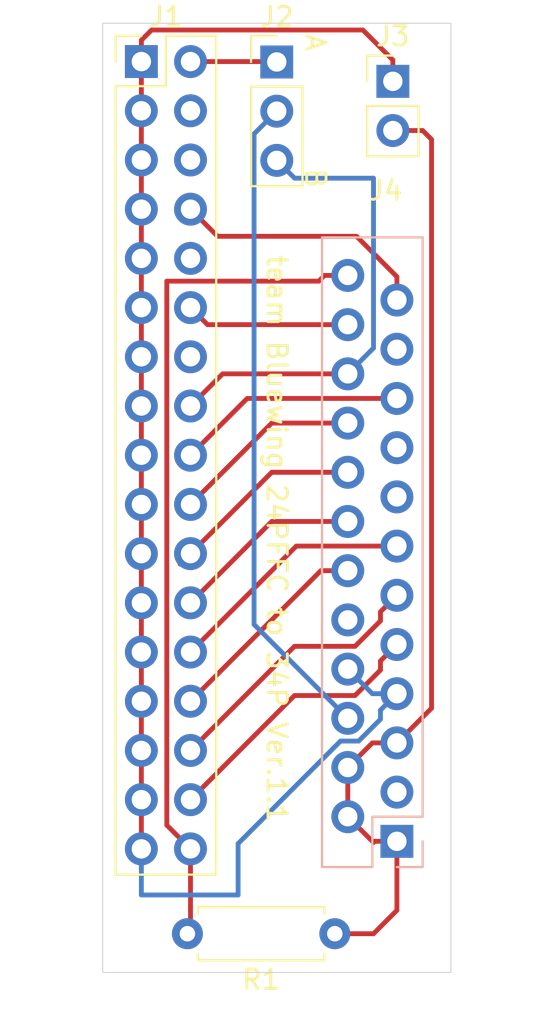
<source format=kicad_pcb>
(kicad_pcb (version 20171130) (host pcbnew "(5.1.5)-3")

  (general
    (thickness 1.6)
    (drawings 9)
    (tracks 81)
    (zones 0)
    (modules 5)
    (nets 26)
  )

  (page A4)
  (layers
    (0 F.Cu signal)
    (31 B.Cu signal)
    (32 B.Adhes user)
    (33 F.Adhes user)
    (34 B.Paste user)
    (35 F.Paste user)
    (36 B.SilkS user)
    (37 F.SilkS user)
    (38 B.Mask user)
    (39 F.Mask user)
    (40 Dwgs.User user)
    (41 Cmts.User user)
    (42 Eco1.User user)
    (43 Eco2.User user)
    (44 Edge.Cuts user)
    (45 Margin user)
    (46 B.CrtYd user)
    (47 F.CrtYd user)
    (48 B.Fab user)
    (49 F.Fab user)
  )

  (setup
    (last_trace_width 0.25)
    (trace_clearance 0.2)
    (zone_clearance 0.508)
    (zone_45_only no)
    (trace_min 0.2)
    (via_size 0.8)
    (via_drill 0.4)
    (via_min_size 0.4)
    (via_min_drill 0.3)
    (uvia_size 0.3)
    (uvia_drill 0.1)
    (uvias_allowed no)
    (uvia_min_size 0.2)
    (uvia_min_drill 0.1)
    (edge_width 0.05)
    (segment_width 0.2)
    (pcb_text_width 0.3)
    (pcb_text_size 1.5 1.5)
    (mod_edge_width 0.12)
    (mod_text_size 1 1)
    (mod_text_width 0.15)
    (pad_size 1.524 1.524)
    (pad_drill 0.762)
    (pad_to_mask_clearance 0.051)
    (solder_mask_min_width 0.25)
    (aux_axis_origin 138 80)
    (visible_elements 7FFFFFFF)
    (pcbplotparams
      (layerselection 0x010fc_ffffffff)
      (usegerberextensions false)
      (usegerberattributes false)
      (usegerberadvancedattributes false)
      (creategerberjobfile false)
      (excludeedgelayer true)
      (linewidth 0.100000)
      (plotframeref false)
      (viasonmask false)
      (mode 1)
      (useauxorigin false)
      (hpglpennumber 1)
      (hpglpenspeed 20)
      (hpglpendiameter 15.000000)
      (psnegative false)
      (psa4output false)
      (plotreference true)
      (plotvalue true)
      (plotinvisibletext false)
      (padsonsilk false)
      (subtractmaskfromsilk false)
      (outputformat 1)
      (mirror false)
      (drillshape 0)
      (scaleselection 1)
      (outputdirectory "garber/"))
  )

  (net 0 "")
  (net 1 GND)
  (net 2 "Net-(J1-Pad2)")
  (net 3 "Net-(J1-Pad4)")
  (net 4 "Net-(J1-Pad6)")
  (net 5 "Net-(J1-Pad8)")
  (net 6 "Net-(J1-Pad10)")
  (net 7 "Net-(J1-Pad12)")
  (net 8 "Net-(J1-Pad14)")
  (net 9 "Net-(J1-Pad16)")
  (net 10 "Net-(J1-Pad18)")
  (net 11 "Net-(J1-Pad20)")
  (net 12 "Net-(J1-Pad22)")
  (net 13 "Net-(J1-Pad24)")
  (net 14 "Net-(J1-Pad26)")
  (net 15 "Net-(J1-Pad28)")
  (net 16 "Net-(J1-Pad30)")
  (net 17 "Net-(J1-Pad32)")
  (net 18 "Net-(J1-Pad34)")
  (net 19 "Net-(J2-Pad2)")
  (net 20 +5V)
  (net 21 "Net-(J4-Pad15)")
  (net 22 "Net-(J4-Pad10)")
  (net 23 "Net-(J4-Pad17)")
  (net 24 "Net-(J4-Pad21)")
  (net 25 "Net-(J4-Pad3)")

  (net_class Default "これはデフォルトのネット クラスです。"
    (clearance 0.2)
    (trace_width 0.25)
    (via_dia 0.8)
    (via_drill 0.4)
    (uvia_dia 0.3)
    (uvia_drill 0.1)
    (add_net +5V)
    (add_net GND)
    (add_net "Net-(J1-Pad10)")
    (add_net "Net-(J1-Pad12)")
    (add_net "Net-(J1-Pad14)")
    (add_net "Net-(J1-Pad16)")
    (add_net "Net-(J1-Pad18)")
    (add_net "Net-(J1-Pad2)")
    (add_net "Net-(J1-Pad20)")
    (add_net "Net-(J1-Pad22)")
    (add_net "Net-(J1-Pad24)")
    (add_net "Net-(J1-Pad26)")
    (add_net "Net-(J1-Pad28)")
    (add_net "Net-(J1-Pad30)")
    (add_net "Net-(J1-Pad32)")
    (add_net "Net-(J1-Pad34)")
    (add_net "Net-(J1-Pad4)")
    (add_net "Net-(J1-Pad6)")
    (add_net "Net-(J1-Pad8)")
    (add_net "Net-(J2-Pad2)")
    (add_net "Net-(J4-Pad10)")
    (add_net "Net-(J4-Pad15)")
    (add_net "Net-(J4-Pad17)")
    (add_net "Net-(J4-Pad21)")
    (add_net "Net-(J4-Pad3)")
  )

  (module Connector_PinHeader_2.54mm:PinHeader_2x17_P2.54mm_Vertical (layer F.Cu) (tedit 59FED5CC) (tstamp 5F01DB86)
    (at 140 81.98)
    (descr "Through hole straight pin header, 2x17, 2.54mm pitch, double rows")
    (tags "Through hole pin header THT 2x17 2.54mm double row")
    (path /5F018649)
    (fp_text reference J1 (at 1.27 -2.33) (layer F.SilkS)
      (effects (font (size 1 1) (thickness 0.15)))
    )
    (fp_text value Conn_02x17_Odd_Even (at 1.27 42.97) (layer F.Fab)
      (effects (font (size 1 1) (thickness 0.15)))
    )
    (fp_line (start 0 -1.27) (end 3.81 -1.27) (layer F.Fab) (width 0.1))
    (fp_line (start 3.81 -1.27) (end 3.81 41.91) (layer F.Fab) (width 0.1))
    (fp_line (start 3.81 41.91) (end -1.27 41.91) (layer F.Fab) (width 0.1))
    (fp_line (start -1.27 41.91) (end -1.27 0) (layer F.Fab) (width 0.1))
    (fp_line (start -1.27 0) (end 0 -1.27) (layer F.Fab) (width 0.1))
    (fp_line (start -1.33 41.97) (end 3.87 41.97) (layer F.SilkS) (width 0.12))
    (fp_line (start -1.33 1.27) (end -1.33 41.97) (layer F.SilkS) (width 0.12))
    (fp_line (start 3.87 -1.33) (end 3.87 41.97) (layer F.SilkS) (width 0.12))
    (fp_line (start -1.33 1.27) (end 1.27 1.27) (layer F.SilkS) (width 0.12))
    (fp_line (start 1.27 1.27) (end 1.27 -1.33) (layer F.SilkS) (width 0.12))
    (fp_line (start 1.27 -1.33) (end 3.87 -1.33) (layer F.SilkS) (width 0.12))
    (fp_line (start -1.33 0) (end -1.33 -1.33) (layer F.SilkS) (width 0.12))
    (fp_line (start -1.33 -1.33) (end 0 -1.33) (layer F.SilkS) (width 0.12))
    (fp_line (start -1.8 -1.8) (end -1.8 42.45) (layer F.CrtYd) (width 0.05))
    (fp_line (start -1.8 42.45) (end 4.35 42.45) (layer F.CrtYd) (width 0.05))
    (fp_line (start 4.35 42.45) (end 4.35 -1.8) (layer F.CrtYd) (width 0.05))
    (fp_line (start 4.35 -1.8) (end -1.8 -1.8) (layer F.CrtYd) (width 0.05))
    (fp_text user %R (at 1.27 20.32 90) (layer F.Fab)
      (effects (font (size 1 1) (thickness 0.15)))
    )
    (pad 1 thru_hole rect (at 0 0) (size 1.7 1.7) (drill 1) (layers *.Cu *.Mask)
      (net 1 GND))
    (pad 2 thru_hole oval (at 2.54 0) (size 1.7 1.7) (drill 1) (layers *.Cu *.Mask)
      (net 2 "Net-(J1-Pad2)"))
    (pad 3 thru_hole oval (at 0 2.54) (size 1.7 1.7) (drill 1) (layers *.Cu *.Mask)
      (net 1 GND))
    (pad 4 thru_hole oval (at 2.54 2.54) (size 1.7 1.7) (drill 1) (layers *.Cu *.Mask)
      (net 3 "Net-(J1-Pad4)"))
    (pad 5 thru_hole oval (at 0 5.08) (size 1.7 1.7) (drill 1) (layers *.Cu *.Mask)
      (net 1 GND))
    (pad 6 thru_hole oval (at 2.54 5.08) (size 1.7 1.7) (drill 1) (layers *.Cu *.Mask)
      (net 4 "Net-(J1-Pad6)"))
    (pad 7 thru_hole oval (at 0 7.62) (size 1.7 1.7) (drill 1) (layers *.Cu *.Mask)
      (net 1 GND))
    (pad 8 thru_hole oval (at 2.54 7.62) (size 1.7 1.7) (drill 1) (layers *.Cu *.Mask)
      (net 5 "Net-(J1-Pad8)"))
    (pad 9 thru_hole oval (at 0 10.16) (size 1.7 1.7) (drill 1) (layers *.Cu *.Mask)
      (net 1 GND))
    (pad 10 thru_hole oval (at 2.54 10.16) (size 1.7 1.7) (drill 1) (layers *.Cu *.Mask)
      (net 6 "Net-(J1-Pad10)"))
    (pad 11 thru_hole oval (at 0 12.7) (size 1.7 1.7) (drill 1) (layers *.Cu *.Mask)
      (net 1 GND))
    (pad 12 thru_hole oval (at 2.54 12.7) (size 1.7 1.7) (drill 1) (layers *.Cu *.Mask)
      (net 7 "Net-(J1-Pad12)"))
    (pad 13 thru_hole oval (at 0 15.24) (size 1.7 1.7) (drill 1) (layers *.Cu *.Mask)
      (net 1 GND))
    (pad 14 thru_hole oval (at 2.54 15.24) (size 1.7 1.7) (drill 1) (layers *.Cu *.Mask)
      (net 8 "Net-(J1-Pad14)"))
    (pad 15 thru_hole oval (at 0 17.78) (size 1.7 1.7) (drill 1) (layers *.Cu *.Mask)
      (net 1 GND))
    (pad 16 thru_hole oval (at 2.54 17.78) (size 1.7 1.7) (drill 1) (layers *.Cu *.Mask)
      (net 9 "Net-(J1-Pad16)"))
    (pad 17 thru_hole oval (at 0 20.32) (size 1.7 1.7) (drill 1) (layers *.Cu *.Mask)
      (net 1 GND))
    (pad 18 thru_hole oval (at 2.54 20.32) (size 1.7 1.7) (drill 1) (layers *.Cu *.Mask)
      (net 10 "Net-(J1-Pad18)"))
    (pad 19 thru_hole oval (at 0 22.86) (size 1.7 1.7) (drill 1) (layers *.Cu *.Mask)
      (net 1 GND))
    (pad 20 thru_hole oval (at 2.54 22.86) (size 1.7 1.7) (drill 1) (layers *.Cu *.Mask)
      (net 11 "Net-(J1-Pad20)"))
    (pad 21 thru_hole oval (at 0 25.4) (size 1.7 1.7) (drill 1) (layers *.Cu *.Mask)
      (net 1 GND))
    (pad 22 thru_hole oval (at 2.54 25.4) (size 1.7 1.7) (drill 1) (layers *.Cu *.Mask)
      (net 12 "Net-(J1-Pad22)"))
    (pad 23 thru_hole oval (at 0 27.94) (size 1.7 1.7) (drill 1) (layers *.Cu *.Mask)
      (net 1 GND))
    (pad 24 thru_hole oval (at 2.54 27.94) (size 1.7 1.7) (drill 1) (layers *.Cu *.Mask)
      (net 13 "Net-(J1-Pad24)"))
    (pad 25 thru_hole oval (at 0 30.48) (size 1.7 1.7) (drill 1) (layers *.Cu *.Mask)
      (net 1 GND))
    (pad 26 thru_hole oval (at 2.54 30.48) (size 1.7 1.7) (drill 1) (layers *.Cu *.Mask)
      (net 14 "Net-(J1-Pad26)"))
    (pad 27 thru_hole oval (at 0 33.02) (size 1.7 1.7) (drill 1) (layers *.Cu *.Mask)
      (net 1 GND))
    (pad 28 thru_hole oval (at 2.54 33.02) (size 1.7 1.7) (drill 1) (layers *.Cu *.Mask)
      (net 15 "Net-(J1-Pad28)"))
    (pad 29 thru_hole oval (at 0 35.56) (size 1.7 1.7) (drill 1) (layers *.Cu *.Mask)
      (net 1 GND))
    (pad 30 thru_hole oval (at 2.54 35.56) (size 1.7 1.7) (drill 1) (layers *.Cu *.Mask)
      (net 16 "Net-(J1-Pad30)"))
    (pad 31 thru_hole oval (at 0 38.1) (size 1.7 1.7) (drill 1) (layers *.Cu *.Mask)
      (net 1 GND))
    (pad 32 thru_hole oval (at 2.54 38.1) (size 1.7 1.7) (drill 1) (layers *.Cu *.Mask)
      (net 17 "Net-(J1-Pad32)"))
    (pad 33 thru_hole oval (at 0 40.64) (size 1.7 1.7) (drill 1) (layers *.Cu *.Mask)
      (net 1 GND))
    (pad 34 thru_hole oval (at 2.54 40.64) (size 1.7 1.7) (drill 1) (layers *.Cu *.Mask)
      (net 18 "Net-(J1-Pad34)"))
    (model ${KISYS3DMOD}/Connector_PinHeader_2.54mm.3dshapes/PinHeader_2x17_P2.54mm_Vertical.wrl
      (at (xyz 0 0 0))
      (scale (xyz 1 1 1))
      (rotate (xyz 0 0 0))
    )
  )

  (module Connector_PinHeader_2.54mm:PinHeader_1x03_P2.54mm_Vertical (layer F.Cu) (tedit 59FED5CC) (tstamp 5F01DB9D)
    (at 147 82)
    (descr "Through hole straight pin header, 1x03, 2.54mm pitch, single row")
    (tags "Through hole pin header THT 1x03 2.54mm single row")
    (path /5F017C29)
    (fp_text reference J2 (at 0 -2.33) (layer F.SilkS)
      (effects (font (size 1 1) (thickness 0.15)))
    )
    (fp_text value Conn_01x03 (at 0 7.41) (layer F.Fab)
      (effects (font (size 1 1) (thickness 0.15)))
    )
    (fp_line (start -0.635 -1.27) (end 1.27 -1.27) (layer F.Fab) (width 0.1))
    (fp_line (start 1.27 -1.27) (end 1.27 6.35) (layer F.Fab) (width 0.1))
    (fp_line (start 1.27 6.35) (end -1.27 6.35) (layer F.Fab) (width 0.1))
    (fp_line (start -1.27 6.35) (end -1.27 -0.635) (layer F.Fab) (width 0.1))
    (fp_line (start -1.27 -0.635) (end -0.635 -1.27) (layer F.Fab) (width 0.1))
    (fp_line (start -1.33 6.41) (end 1.33 6.41) (layer F.SilkS) (width 0.12))
    (fp_line (start -1.33 1.27) (end -1.33 6.41) (layer F.SilkS) (width 0.12))
    (fp_line (start 1.33 1.27) (end 1.33 6.41) (layer F.SilkS) (width 0.12))
    (fp_line (start -1.33 1.27) (end 1.33 1.27) (layer F.SilkS) (width 0.12))
    (fp_line (start -1.33 0) (end -1.33 -1.33) (layer F.SilkS) (width 0.12))
    (fp_line (start -1.33 -1.33) (end 0 -1.33) (layer F.SilkS) (width 0.12))
    (fp_line (start -1.8 -1.8) (end -1.8 6.85) (layer F.CrtYd) (width 0.05))
    (fp_line (start -1.8 6.85) (end 1.8 6.85) (layer F.CrtYd) (width 0.05))
    (fp_line (start 1.8 6.85) (end 1.8 -1.8) (layer F.CrtYd) (width 0.05))
    (fp_line (start 1.8 -1.8) (end -1.8 -1.8) (layer F.CrtYd) (width 0.05))
    (fp_text user %R (at 0 2.54 90) (layer F.Fab)
      (effects (font (size 1 1) (thickness 0.15)))
    )
    (pad 1 thru_hole rect (at 0 0) (size 1.7 1.7) (drill 1) (layers *.Cu *.Mask)
      (net 2 "Net-(J1-Pad2)"))
    (pad 2 thru_hole oval (at 0 2.54) (size 1.7 1.7) (drill 1) (layers *.Cu *.Mask)
      (net 19 "Net-(J2-Pad2)"))
    (pad 3 thru_hole oval (at 0 5.08) (size 1.7 1.7) (drill 1) (layers *.Cu *.Mask)
      (net 9 "Net-(J1-Pad16)"))
    (model ${KISYS3DMOD}/Connector_PinHeader_2.54mm.3dshapes/PinHeader_1x03_P2.54mm_Vertical.wrl
      (at (xyz 0 0 0))
      (scale (xyz 1 1 1))
      (rotate (xyz 0 0 0))
    )
  )

  (module Connector_PinHeader_2.54mm:PinHeader_1x02_P2.54mm_Vertical (layer F.Cu) (tedit 59FED5CC) (tstamp 5F01DBB3)
    (at 153 83)
    (descr "Through hole straight pin header, 1x02, 2.54mm pitch, single row")
    (tags "Through hole pin header THT 1x02 2.54mm single row")
    (path /5F01721D)
    (fp_text reference J3 (at 0 -2.33) (layer F.SilkS)
      (effects (font (size 1 1) (thickness 0.15)))
    )
    (fp_text value Conn_01x02 (at 0 4.87) (layer F.Fab)
      (effects (font (size 1 1) (thickness 0.15)))
    )
    (fp_line (start -0.635 -1.27) (end 1.27 -1.27) (layer F.Fab) (width 0.1))
    (fp_line (start 1.27 -1.27) (end 1.27 3.81) (layer F.Fab) (width 0.1))
    (fp_line (start 1.27 3.81) (end -1.27 3.81) (layer F.Fab) (width 0.1))
    (fp_line (start -1.27 3.81) (end -1.27 -0.635) (layer F.Fab) (width 0.1))
    (fp_line (start -1.27 -0.635) (end -0.635 -1.27) (layer F.Fab) (width 0.1))
    (fp_line (start -1.33 3.87) (end 1.33 3.87) (layer F.SilkS) (width 0.12))
    (fp_line (start -1.33 1.27) (end -1.33 3.87) (layer F.SilkS) (width 0.12))
    (fp_line (start 1.33 1.27) (end 1.33 3.87) (layer F.SilkS) (width 0.12))
    (fp_line (start -1.33 1.27) (end 1.33 1.27) (layer F.SilkS) (width 0.12))
    (fp_line (start -1.33 0) (end -1.33 -1.33) (layer F.SilkS) (width 0.12))
    (fp_line (start -1.33 -1.33) (end 0 -1.33) (layer F.SilkS) (width 0.12))
    (fp_line (start -1.8 -1.8) (end -1.8 4.35) (layer F.CrtYd) (width 0.05))
    (fp_line (start -1.8 4.35) (end 1.8 4.35) (layer F.CrtYd) (width 0.05))
    (fp_line (start 1.8 4.35) (end 1.8 -1.8) (layer F.CrtYd) (width 0.05))
    (fp_line (start 1.8 -1.8) (end -1.8 -1.8) (layer F.CrtYd) (width 0.05))
    (fp_text user %R (at 0 1.27 90) (layer F.Fab)
      (effects (font (size 1 1) (thickness 0.15)))
    )
    (pad 1 thru_hole rect (at 0 0) (size 1.7 1.7) (drill 1) (layers *.Cu *.Mask)
      (net 1 GND))
    (pad 2 thru_hole oval (at 0 2.54) (size 1.7 1.7) (drill 1) (layers *.Cu *.Mask)
      (net 20 +5V))
    (model ${KISYS3DMOD}/Connector_PinHeader_2.54mm.3dshapes/PinHeader_1x02_P2.54mm_Vertical.wrl
      (at (xyz 0 0 0))
      (scale (xyz 1 1 1))
      (rotate (xyz 0 0 0))
    )
  )

  (module fd_24ffc_to_34:Molex_52045-2445_24p (layer F.Cu) (tedit 5F016F07) (tstamp 5F01DBE1)
    (at 152 88)
    (path /5F015F9F)
    (fp_text reference J4 (at 0.635 0.635) (layer F.SilkS)
      (effects (font (size 1 1) (thickness 0.15)))
    )
    (fp_text value FD_FFC_24p (at 0 -1.905) (layer F.Fab)
      (effects (font (size 1 1) (thickness 0.15)))
    )
    (fp_line (start 2.54 35.56) (end 1.21 35.56) (layer B.SilkS) (width 0.12))
    (fp_line (start -0.06 35.56) (end -2.66 35.56) (layer B.SilkS) (width 0.12))
    (fp_line (start -2.6 3.235) (end -2.6 35.56) (layer F.Fab) (width 0.1))
    (fp_line (start -3.175 36.195) (end -3.14 2.705) (layer F.CrtYd) (width 0.05))
    (fp_line (start 2.54 34.23) (end 2.54 35.56) (layer B.SilkS) (width 0.12))
    (fp_line (start -0.06 32.96) (end -0.06 35.56) (layer B.SilkS) (width 0.12))
    (fp_line (start 2.54 3.055) (end -2.66 3.055) (layer B.SilkS) (width 0.12))
    (fp_line (start 1.21 3.235) (end -2.6 3.235) (layer F.Fab) (width 0.1))
    (fp_line (start -3.14 2.705) (end 3.01 2.705) (layer F.CrtYd) (width 0.05))
    (fp_line (start 3.01 36.195) (end -3.175 36.195) (layer F.CrtYd) (width 0.05))
    (fp_line (start 3.01 2.705) (end 3.01 36.195) (layer F.CrtYd) (width 0.05))
    (fp_line (start 2.54 32.96) (end -0.06 32.96) (layer B.SilkS) (width 0.12))
    (fp_line (start -2.66 35.56) (end -2.66 3.055) (layer B.SilkS) (width 0.12))
    (fp_line (start 2.54 32.96) (end 2.54 3.055) (layer B.SilkS) (width 0.12))
    (fp_text user %R (at -0.06 18.475 90) (layer F.Fab)
      (effects (font (size 1 1) (thickness 0.15)))
    )
    (fp_line (start 1.21 3.235) (end 2.54 5.08) (layer F.Fab) (width 0.12))
    (fp_line (start 2.54 5.08) (end 2.54 35.56) (layer F.Fab) (width 0.12))
    (fp_line (start 2.54 35.56) (end -2.54 35.56) (layer F.Fab) (width 0.12))
    (pad 15 thru_hole oval (at 1.21 16.45) (size 1.7 1.7) (drill 1) (layers *.Cu *.Mask)
      (net 21 "Net-(J4-Pad15)"))
    (pad 16 thru_hole oval (at -1.33 15.18) (size 1.7 1.7) (drill 1) (layers *.Cu *.Mask)
      (net 12 "Net-(J1-Pad22)"))
    (pad 6 thru_hole oval (at -1.33 27.88) (size 1.7 1.7) (drill 1) (layers *.Cu *.Mask)
      (net 19 "Net-(J2-Pad2)"))
    (pad 10 thru_hole oval (at -1.33 22.8) (size 1.7 1.7) (drill 1) (layers *.Cu *.Mask)
      (net 22 "Net-(J4-Pad10)"))
    (pad 24 thru_hole oval (at -1.33 5.02) (size 1.7 1.7) (drill 1) (layers *.Cu *.Mask)
      (net 18 "Net-(J1-Pad34)"))
    (pad 14 thru_hole oval (at -1.33 17.72) (size 1.7 1.7) (drill 1) (layers *.Cu *.Mask)
      (net 13 "Net-(J1-Pad24)"))
    (pad 23 thru_hole oval (at 1.21 6.29) (size 1.7 1.7) (drill 1) (layers *.Cu *.Mask)
      (net 5 "Net-(J1-Pad8)"))
    (pad 17 thru_hole oval (at 1.21 13.91) (size 1.7 1.7) (drill 1) (layers *.Cu *.Mask)
      (net 23 "Net-(J4-Pad17)"))
    (pad 13 thru_hole oval (at 1.21 18.99) (size 1.7 1.7) (drill 1) (layers *.Cu *.Mask)
      (net 14 "Net-(J1-Pad26)"))
    (pad 12 thru_hole oval (at -1.33 20.26) (size 1.7 1.7) (drill 1) (layers *.Cu *.Mask)
      (net 15 "Net-(J1-Pad28)"))
    (pad 22 thru_hole oval (at -1.33 7.56) (size 1.7 1.7) (drill 1) (layers *.Cu *.Mask)
      (net 7 "Net-(J1-Pad12)"))
    (pad 8 thru_hole oval (at -1.33 25.34) (size 1.7 1.7) (drill 1) (layers *.Cu *.Mask)
      (net 1 GND))
    (pad 18 thru_hole oval (at -1.33 12.64) (size 1.7 1.7) (drill 1) (layers *.Cu *.Mask)
      (net 11 "Net-(J1-Pad20)"))
    (pad 9 thru_hole oval (at 1.21 24.07) (size 1.7 1.7) (drill 1) (layers *.Cu *.Mask)
      (net 17 "Net-(J1-Pad32)"))
    (pad 7 thru_hole oval (at 1.21 26.61) (size 1.7 1.7) (drill 1) (layers *.Cu *.Mask)
      (net 1 GND))
    (pad 20 thru_hole oval (at -1.33 10.1) (size 1.7 1.7) (drill 1) (layers *.Cu *.Mask)
      (net 9 "Net-(J1-Pad16)"))
    (pad 19 thru_hole oval (at 1.21 11.37) (size 1.7 1.7) (drill 1) (layers *.Cu *.Mask)
      (net 10 "Net-(J1-Pad18)"))
    (pad 11 thru_hole oval (at 1.21 21.53) (size 1.7 1.7) (drill 1) (layers *.Cu *.Mask)
      (net 16 "Net-(J1-Pad30)"))
    (pad 21 thru_hole oval (at 1.21 8.83) (size 1.7 1.7) (drill 1) (layers *.Cu *.Mask)
      (net 24 "Net-(J4-Pad21)"))
    (pad 5 thru_hole oval (at 1.21 29.15) (size 1.7 1.7) (drill 1) (layers *.Cu *.Mask)
      (net 20 +5V))
    (pad 4 thru_hole oval (at -1.33 30.42) (size 1.7 1.7) (drill 1) (layers *.Cu *.Mask)
      (net 20 +5V))
    (pad 3 thru_hole oval (at 1.21 31.69) (size 1.7 1.7) (drill 1) (layers *.Cu *.Mask)
      (net 25 "Net-(J4-Pad3)"))
    (pad 2 thru_hole oval (at -1.33 32.96) (size 1.7 1.7) (drill 1) (layers *.Cu *.Mask)
      (net 20 +5V))
    (pad 1 thru_hole rect (at 1.21 34.23) (size 1.7 1.7) (drill 1) (layers *.Cu *.Mask)
      (net 20 +5V))
  )

  (module Resistor_THT:R_Axial_DIN0207_L6.3mm_D2.5mm_P7.62mm_Horizontal (layer F.Cu) (tedit 5AE5139B) (tstamp 5F01DBF8)
    (at 150 127 180)
    (descr "Resistor, Axial_DIN0207 series, Axial, Horizontal, pin pitch=7.62mm, 0.25W = 1/4W, length*diameter=6.3*2.5mm^2, http://cdn-reichelt.de/documents/datenblatt/B400/1_4W%23YAG.pdf")
    (tags "Resistor Axial_DIN0207 series Axial Horizontal pin pitch 7.62mm 0.25W = 1/4W length 6.3mm diameter 2.5mm")
    (path /5F0528CC)
    (fp_text reference R1 (at 3.81 -2.37) (layer F.SilkS)
      (effects (font (size 1 1) (thickness 0.15)))
    )
    (fp_text value R (at 3.81 2.37) (layer F.Fab)
      (effects (font (size 1 1) (thickness 0.15)))
    )
    (fp_line (start 0.66 -1.25) (end 0.66 1.25) (layer F.Fab) (width 0.1))
    (fp_line (start 0.66 1.25) (end 6.96 1.25) (layer F.Fab) (width 0.1))
    (fp_line (start 6.96 1.25) (end 6.96 -1.25) (layer F.Fab) (width 0.1))
    (fp_line (start 6.96 -1.25) (end 0.66 -1.25) (layer F.Fab) (width 0.1))
    (fp_line (start 0 0) (end 0.66 0) (layer F.Fab) (width 0.1))
    (fp_line (start 7.62 0) (end 6.96 0) (layer F.Fab) (width 0.1))
    (fp_line (start 0.54 -1.04) (end 0.54 -1.37) (layer F.SilkS) (width 0.12))
    (fp_line (start 0.54 -1.37) (end 7.08 -1.37) (layer F.SilkS) (width 0.12))
    (fp_line (start 7.08 -1.37) (end 7.08 -1.04) (layer F.SilkS) (width 0.12))
    (fp_line (start 0.54 1.04) (end 0.54 1.37) (layer F.SilkS) (width 0.12))
    (fp_line (start 0.54 1.37) (end 7.08 1.37) (layer F.SilkS) (width 0.12))
    (fp_line (start 7.08 1.37) (end 7.08 1.04) (layer F.SilkS) (width 0.12))
    (fp_line (start -1.05 -1.5) (end -1.05 1.5) (layer F.CrtYd) (width 0.05))
    (fp_line (start -1.05 1.5) (end 8.67 1.5) (layer F.CrtYd) (width 0.05))
    (fp_line (start 8.67 1.5) (end 8.67 -1.5) (layer F.CrtYd) (width 0.05))
    (fp_line (start 8.67 -1.5) (end -1.05 -1.5) (layer F.CrtYd) (width 0.05))
    (fp_text user %R (at 3.81 0) (layer F.Fab)
      (effects (font (size 1 1) (thickness 0.15)))
    )
    (pad 1 thru_hole circle (at 0 0 180) (size 1.6 1.6) (drill 0.8) (layers *.Cu *.Mask)
      (net 20 +5V))
    (pad 2 thru_hole oval (at 7.62 0 180) (size 1.6 1.6) (drill 0.8) (layers *.Cu *.Mask)
      (net 18 "Net-(J1-Pad34)"))
    (model ${KISYS3DMOD}/Resistor_THT.3dshapes/R_Axial_DIN0207_L6.3mm_D2.5mm_P7.62mm_Horizontal.wrl
      (at (xyz 0 0 0))
      (scale (xyz 1 1 1))
      (rotate (xyz 0 0 0))
    )
  )

  (gr_text B (at 149 88 -90) (layer F.SilkS)
    (effects (font (size 1 1) (thickness 0.15)))
  )
  (gr_text A (at 149 81 -90) (layer F.SilkS)
    (effects (font (size 1 1) (thickness 0.15)))
  )
  (gr_text "team Bluewing 24PFFC to 34P Ver.1.1 " (at 147 107 -90) (layer F.SilkS)
    (effects (font (size 1 1) (thickness 0.15)))
  )
  (dimension 49 (width 0.15) (layer Dwgs.User)
    (gr_text "49.000 mm" (at 159.3 104.5 90) (layer Dwgs.User)
      (effects (font (size 1 1) (thickness 0.15)))
    )
    (feature1 (pts (xy 156 80) (xy 158.586421 80)))
    (feature2 (pts (xy 156 129) (xy 158.586421 129)))
    (crossbar (pts (xy 158 129) (xy 158 80)))
    (arrow1a (pts (xy 158 80) (xy 158.586421 81.126504)))
    (arrow1b (pts (xy 158 80) (xy 157.413579 81.126504)))
    (arrow2a (pts (xy 158 129) (xy 158.586421 127.873496)))
    (arrow2b (pts (xy 158 129) (xy 157.413579 127.873496)))
  )
  (dimension 18 (width 0.15) (layer Dwgs.User)
    (gr_text "18.000 mm" (at 147 132.3) (layer Dwgs.User)
      (effects (font (size 1 1) (thickness 0.15)))
    )
    (feature1 (pts (xy 156 129) (xy 156 131.586421)))
    (feature2 (pts (xy 138 129) (xy 138 131.586421)))
    (crossbar (pts (xy 138 131) (xy 156 131)))
    (arrow1a (pts (xy 156 131) (xy 154.873496 131.586421)))
    (arrow1b (pts (xy 156 131) (xy 154.873496 130.413579)))
    (arrow2a (pts (xy 138 131) (xy 139.126504 131.586421)))
    (arrow2b (pts (xy 138 131) (xy 139.126504 130.413579)))
  )
  (gr_line (start 156 80) (end 138 80) (layer Edge.Cuts) (width 0.05) (tstamp 5F01E670))
  (gr_line (start 156 129) (end 156 80) (layer Edge.Cuts) (width 0.05))
  (gr_line (start 138 129) (end 156 129) (layer Edge.Cuts) (width 0.05))
  (gr_line (start 138 80) (end 138 129) (layer Edge.Cuts) (width 0.05))

  (segment (start 140 81.98) (end 140 122.62) (width 0.25) (layer F.Cu) (net 1))
  (segment (start 151.234001 117.055001) (end 150.295997 117.055001) (width 0.25) (layer B.Cu) (net 1))
  (segment (start 152.360001 115.929001) (end 151.234001 117.055001) (width 0.25) (layer B.Cu) (net 1))
  (segment (start 150.295997 117.055001) (end 145 122.350998) (width 0.25) (layer B.Cu) (net 1))
  (segment (start 153.21 114.61) (end 152.360001 115.459999) (width 0.25) (layer B.Cu) (net 1))
  (segment (start 152.360001 115.459999) (end 152.360001 115.929001) (width 0.25) (layer B.Cu) (net 1))
  (segment (start 145 122.350998) (end 145 125) (width 0.25) (layer B.Cu) (net 1))
  (segment (start 145 125) (end 140 125) (width 0.25) (layer B.Cu) (net 1))
  (segment (start 140 125) (end 140 122.62) (width 0.25) (layer B.Cu) (net 1))
  (segment (start 151.94 114.61) (end 150.67 113.34) (width 0.25) (layer B.Cu) (net 1))
  (segment (start 153.21 114.61) (end 151.94 114.61) (width 0.25) (layer B.Cu) (net 1))
  (segment (start 140 80.88) (end 140.52999 80.35001) (width 0.25) (layer F.Cu) (net 1))
  (segment (start 140 81.98) (end 140 80.88) (width 0.25) (layer F.Cu) (net 1))
  (segment (start 153 81.9) (end 153 83) (width 0.25) (layer F.Cu) (net 1))
  (segment (start 151.45001 80.35001) (end 153 81.9) (width 0.25) (layer F.Cu) (net 1))
  (segment (start 140.52999 80.35001) (end 151.45001 80.35001) (width 0.25) (layer F.Cu) (net 1))
  (segment (start 146.98 81.98) (end 147 82) (width 0.25) (layer F.Cu) (net 2))
  (segment (start 142.54 81.98) (end 146.98 81.98) (width 0.25) (layer F.Cu) (net 2))
  (segment (start 153.21 93.087919) (end 151.122081 91) (width 0.25) (layer F.Cu) (net 5))
  (segment (start 153.21 94.29) (end 153.21 93.087919) (width 0.25) (layer F.Cu) (net 5))
  (segment (start 143.94 91) (end 142.54 89.6) (width 0.25) (layer F.Cu) (net 5))
  (segment (start 151.122081 91) (end 143.94 91) (width 0.25) (layer F.Cu) (net 5))
  (segment (start 143.42 95.56) (end 142.54 94.68) (width 0.25) (layer F.Cu) (net 7))
  (segment (start 150.67 95.56) (end 143.42 95.56) (width 0.25) (layer F.Cu) (net 7))
  (segment (start 144.2 98.1) (end 142.54 99.76) (width 0.25) (layer F.Cu) (net 9))
  (segment (start 150.67 98.1) (end 144.2 98.1) (width 0.25) (layer F.Cu) (net 9))
  (segment (start 147 87.08) (end 147.92 88) (width 0.25) (layer B.Cu) (net 9))
  (segment (start 147.92 88) (end 152 88) (width 0.25) (layer B.Cu) (net 9))
  (segment (start 151.519999 97.250001) (end 150.67 98.1) (width 0.25) (layer B.Cu) (net 9))
  (segment (start 152 96.77) (end 151.519999 97.250001) (width 0.25) (layer B.Cu) (net 9))
  (segment (start 152 88) (end 152 96.77) (width 0.25) (layer B.Cu) (net 9))
  (segment (start 145.47 99.37) (end 142.54 102.3) (width 0.25) (layer F.Cu) (net 10))
  (segment (start 153.21 99.37) (end 145.47 99.37) (width 0.25) (layer F.Cu) (net 10))
  (segment (start 146.74 100.64) (end 142.54 104.84) (width 0.25) (layer F.Cu) (net 11))
  (segment (start 150.67 100.64) (end 146.74 100.64) (width 0.25) (layer F.Cu) (net 11))
  (segment (start 146.74 103.18) (end 142 107.92) (width 0.25) (layer F.Cu) (net 12))
  (segment (start 150.67 103.18) (end 146.74 103.18) (width 0.25) (layer F.Cu) (net 12))
  (segment (start 146.74 103.18) (end 149.869002 103.18) (width 0.25) (layer F.Cu) (net 12))
  (segment (start 146.74 105.72) (end 142.54 109.92) (width 0.25) (layer F.Cu) (net 13))
  (segment (start 150.67 105.72) (end 146.74 105.72) (width 0.25) (layer F.Cu) (net 13))
  (segment (start 148.01 106.99) (end 142.54 112.46) (width 0.25) (layer F.Cu) (net 14))
  (segment (start 153.21 106.99) (end 148.01 106.99) (width 0.25) (layer F.Cu) (net 14))
  (segment (start 149.28 108.26) (end 142.54 115) (width 0.25) (layer F.Cu) (net 15))
  (segment (start 150.67 108.26) (end 149.28 108.26) (width 0.25) (layer F.Cu) (net 15))
  (segment (start 147.915001 112.164999) (end 143.389999 116.690001) (width 0.25) (layer F.Cu) (net 16))
  (segment (start 151.044003 112.164999) (end 147.915001 112.164999) (width 0.25) (layer F.Cu) (net 16))
  (segment (start 152.360001 110.849001) (end 151.044003 112.164999) (width 0.25) (layer F.Cu) (net 16))
  (segment (start 143.389999 116.690001) (end 142.54 117.54) (width 0.25) (layer F.Cu) (net 16))
  (segment (start 152.360001 110.379999) (end 152.360001 110.849001) (width 0.25) (layer F.Cu) (net 16))
  (segment (start 153.21 109.53) (end 152.360001 110.379999) (width 0.25) (layer F.Cu) (net 16))
  (segment (start 147.915001 114.704999) (end 143.389999 119.230001) (width 0.25) (layer F.Cu) (net 17))
  (segment (start 151.044003 114.704999) (end 147.915001 114.704999) (width 0.25) (layer F.Cu) (net 17))
  (segment (start 143.389999 119.230001) (end 142.54 120.08) (width 0.25) (layer F.Cu) (net 17))
  (segment (start 152.360001 113.389001) (end 151.044003 114.704999) (width 0.25) (layer F.Cu) (net 17))
  (segment (start 152.360001 112.919999) (end 152.360001 113.389001) (width 0.25) (layer F.Cu) (net 17))
  (segment (start 153.21 112.07) (end 152.360001 112.919999) (width 0.25) (layer F.Cu) (net 17))
  (segment (start 142.54 126.84) (end 142.38 127) (width 0.25) (layer F.Cu) (net 18))
  (segment (start 142.54 122.62) (end 142.54 126.84) (width 0.25) (layer F.Cu) (net 18))
  (segment (start 149.172918 93.315001) (end 141.315001 93.315001) (width 0.25) (layer F.Cu) (net 18))
  (segment (start 150.67 93.02) (end 149.467919 93.02) (width 0.25) (layer F.Cu) (net 18))
  (segment (start 149.467919 93.02) (end 149.172918 93.315001) (width 0.25) (layer F.Cu) (net 18))
  (segment (start 141.315001 121.395001) (end 142.54 122.62) (width 0.25) (layer F.Cu) (net 18))
  (segment (start 141.315001 93.315001) (end 141.315001 121.395001) (width 0.25) (layer F.Cu) (net 18))
  (segment (start 149.820001 115.030001) (end 150.67 115.88) (width 0.25) (layer B.Cu) (net 19))
  (segment (start 145.824999 111.034999) (end 149.820001 115.030001) (width 0.25) (layer B.Cu) (net 19))
  (segment (start 145.824999 85.715001) (end 145.824999 111.034999) (width 0.25) (layer B.Cu) (net 19))
  (segment (start 147 84.54) (end 145.824999 85.715001) (width 0.25) (layer B.Cu) (net 19))
  (segment (start 150 127) (end 152 127) (width 0.25) (layer F.Cu) (net 20))
  (segment (start 153.21 125.79) (end 153.21 122.23) (width 0.25) (layer F.Cu) (net 20))
  (segment (start 152 127) (end 153.21 125.79) (width 0.25) (layer F.Cu) (net 20))
  (segment (start 151.94 117.15) (end 150.67 118.42) (width 0.25) (layer F.Cu) (net 20))
  (segment (start 153.21 117.15) (end 151.94 117.15) (width 0.25) (layer F.Cu) (net 20))
  (segment (start 150.67 119.622081) (end 150.67 120.96) (width 0.25) (layer F.Cu) (net 20))
  (segment (start 150.67 118.42) (end 150.67 119.622081) (width 0.25) (layer F.Cu) (net 20))
  (segment (start 150.67 120.96) (end 152 122.29) (width 0.25) (layer F.Cu) (net 20))
  (segment (start 152.06 122.23) (end 153.21 122.23) (width 0.25) (layer F.Cu) (net 20))
  (segment (start 152 122.29) (end 152.06 122.23) (width 0.25) (layer F.Cu) (net 20))
  (segment (start 154.54 85.54) (end 153 85.54) (width 0.25) (layer F.Cu) (net 20))
  (segment (start 155 86) (end 154.54 85.54) (width 0.25) (layer F.Cu) (net 20))
  (segment (start 153.21 117.15) (end 155 115.36) (width 0.25) (layer F.Cu) (net 20))
  (segment (start 155 115.36) (end 155 86) (width 0.25) (layer F.Cu) (net 20))

)

</source>
